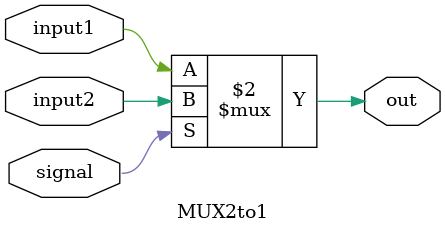
<source format=v>
`timescale 1ns/1ns

module MUX2to1( input1, input2, out, signal ) ;
    input input1, input2 ;
	input signal ;
	output out ;
    assign out = ( signal == 1'b0 ) ? input1 : input2 ;

endmodule
</source>
